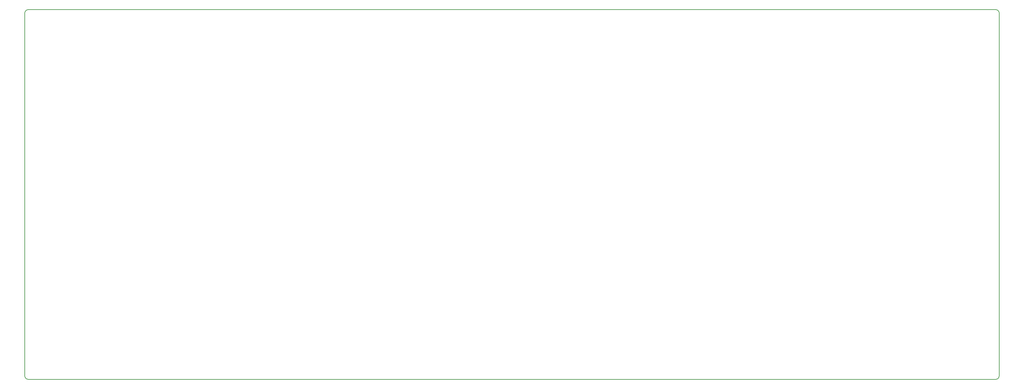
<source format=gbr>
%TF.GenerationSoftware,KiCad,Pcbnew,(6.0.4)*%
%TF.CreationDate,2022-09-11T20:25:19+10:00*%
%TF.ProjectId,pcb,7063622e-6b69-4636-9164-5f7063625858,rev?*%
%TF.SameCoordinates,Original*%
%TF.FileFunction,Profile,NP*%
%FSLAX46Y46*%
G04 Gerber Fmt 4.6, Leading zero omitted, Abs format (unit mm)*
G04 Created by KiCad (PCBNEW (6.0.4)) date 2022-09-11 20:25:19*
%MOMM*%
%LPD*%
G01*
G04 APERTURE LIST*
%TA.AperFunction,Profile*%
%ADD10C,0.200000*%
%TD*%
G04 APERTURE END LIST*
D10*
X265700000Y-98250000D02*
X1000000Y-98250000D01*
X1000000Y3000000D02*
G75*
G03*
X0Y2000000I0J-1000000D01*
G01*
X0Y-97250000D02*
X0Y2000000D01*
X265700000Y-98250000D02*
G75*
G03*
X266700000Y-97250000I0J1000000D01*
G01*
X0Y-97250000D02*
G75*
G03*
X1000000Y-98250000I1000000J0D01*
G01*
X266700000Y2000000D02*
G75*
G03*
X265700000Y3000000I-1000000J0D01*
G01*
X266700000Y2000000D02*
X266700000Y-97250000D01*
X1000000Y3000000D02*
X265700000Y3000000D01*
M02*

</source>
